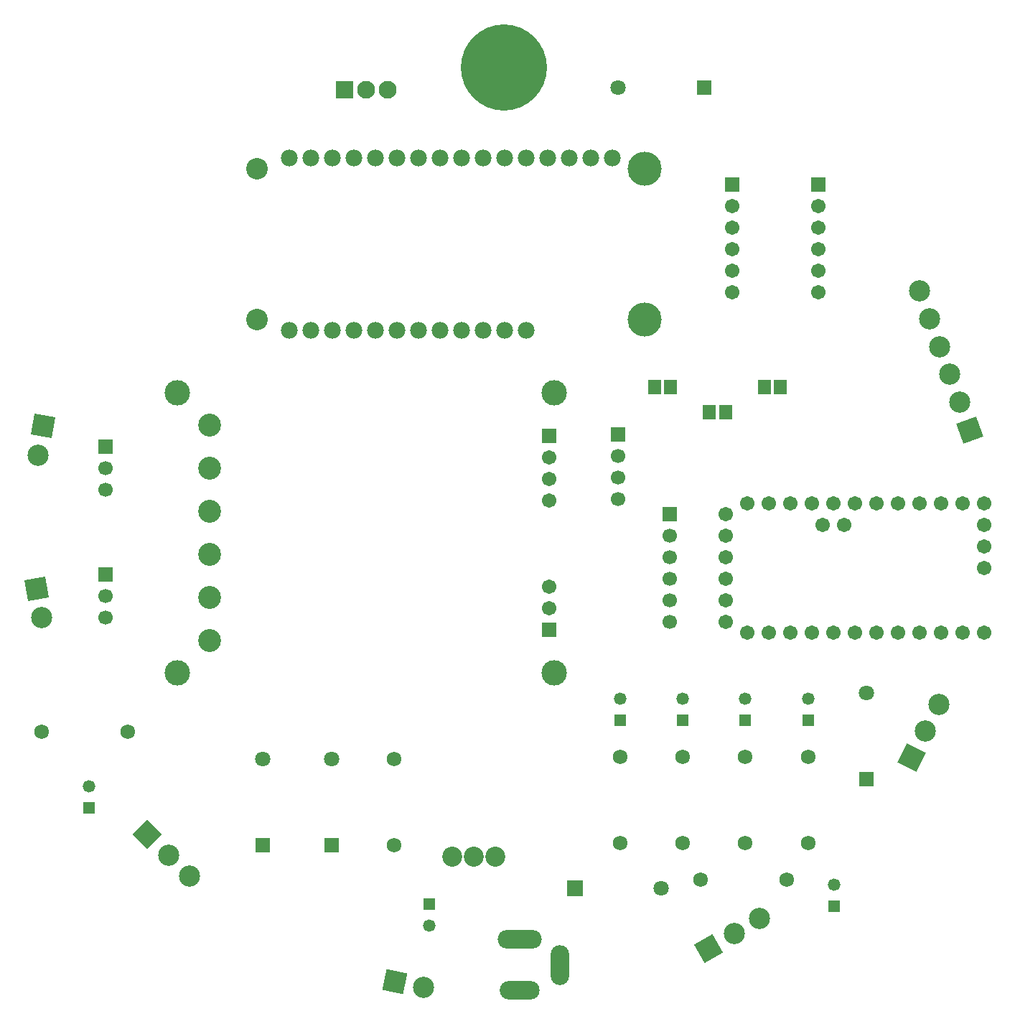
<source format=gbr>
G04 DipTrace 3.3.1.2*
G04 TopMask.gbr*
%MOIN*%
G04 #@! TF.FileFunction,Soldermask,Top*
G04 #@! TF.Part,Single*
%AMOUTLINE1*
4,1,4,
0.0,0.069601,
0.069601,0.0,
0.0,-0.069601,
-0.069601,0.0,
0.0,0.069601,
0*%
%AMOUTLINE4*
4,1,4,
-0.06723,0.018014,
0.018014,0.06723,
0.06723,-0.018014,
-0.018014,-0.06723,
-0.06723,0.018014,
0*%
%AMOUTLINE7*
4,1,4,
-0.037908,0.058373,
0.058373,0.037908,
0.037908,-0.058373,
-0.058373,-0.037908,
-0.037908,0.058373,
0*%
%AMOUTLINE10*
4,1,4,
-0.066195,-0.021508,
-0.021508,0.066195,
0.066195,0.021508,
0.021508,-0.066195,
-0.066195,-0.021508,
0*%
%AMOUTLINE13*
4,1,4,
-0.057014,-0.039922,
-0.039922,0.057014,
0.057014,0.039922,
0.039922,-0.057014,
-0.057014,-0.039922,
0*%
%AMOUTLINE16*
4,1,4,
-0.039922,-0.057014,
-0.057014,0.039922,
0.039922,0.057014,
0.057014,-0.039922,
-0.039922,-0.057014,
0*%
%AMOUTLINE19*
4,1,4,
0.029415,0.06308,
0.06308,-0.029415,
-0.029415,-0.06308,
-0.06308,0.029415,
0.029415,0.06308,
0*%
%AMOUTLINE22*
4,1,4,
-0.035436,0.035436,
0.035436,0.035436,
0.035436,-0.035436,
-0.035436,-0.035436,
-0.035436,0.035436,
0*%
%ADD39C,0.1*%
%ADD40C,0.11811*%
%ADD41C,0.4*%
%ADD55R,0.059061X0.066935*%
%ADD57C,0.082683*%
%ADD59R,0.082683X0.082683*%
%ADD61O,0.08662X0.185045*%
%ADD63O,0.20473X0.08662*%
%ADD65O,0.185045X0.08662*%
%ADD67C,0.106305*%
%ADD69R,0.06725X0.06725*%
%ADD71C,0.09288*%
%ADD73C,0.066935*%
%ADD75R,0.066935X0.066935*%
%ADD77C,0.07788*%
%ADD79C,0.15788*%
%ADD81R,0.070872X0.070872*%
%ADD83C,0.070872*%
%ADD85R,0.05788X0.05788*%
%ADD87C,0.05788*%
%ADD89C,0.06788*%
%ADD91C,0.06788*%
%ADD93C,0.098431*%
%ADD95C,0.06725*%
%ADD105OUTLINE1*%
%ADD108OUTLINE4*%
%ADD111OUTLINE7*%
%ADD114OUTLINE10*%
%ADD117OUTLINE13*%
%ADD120OUTLINE16*%
%ADD123OUTLINE19*%
%ADD126OUTLINE22*%
%FSLAX26Y26*%
G04*
G70*
G90*
G75*
G01*
G04 TopMask*
%LPD*%
D95*
X5125916Y2990947D3*
X5025916D3*
X4925916D3*
X4825916D3*
X4725916D3*
X4625916D3*
X4525916D3*
X4425916D3*
X4325916D3*
X4225916D3*
X4125916D3*
X4025916D3*
X5125916Y2890947D3*
Y2790947D3*
Y2690947D3*
X3925916Y2940947D3*
Y2840947D3*
Y2740947D3*
Y2640947D3*
Y2540947D3*
Y2440947D3*
X4375916Y2890947D3*
X4475916D3*
X5125916Y2390947D3*
X5025916D3*
X4925916D3*
X4825916D3*
X4725916D3*
X4625916D3*
X4425916D3*
X4325916D3*
X4125916D3*
X4025916D3*
X4225916D3*
X4525916D3*
D105*
X1240916Y1455982D3*
D93*
X1338352Y1358546D3*
X1435787Y1261110D3*
D108*
X3845915Y925946D3*
D93*
X3965249Y994844D3*
X4084583Y1063741D3*
D91*
X2385916Y1805947D3*
D89*
Y1405947D3*
D87*
X2550916Y1030947D3*
D85*
Y1130947D3*
D91*
X3435916Y1415947D3*
D89*
Y1815947D3*
D87*
Y2083451D3*
D85*
Y1983451D3*
D91*
X1150916Y1930947D3*
D89*
X750916D3*
D87*
X968423Y1678440D3*
D85*
Y1578440D3*
D83*
X2095916Y1805947D3*
D81*
Y1405947D3*
D91*
X3726751Y1415947D3*
D89*
Y1815947D3*
D87*
Y2083451D3*
D85*
Y1983451D3*
D91*
X4017585Y1415947D3*
D89*
Y1815947D3*
D87*
Y2083451D3*
D85*
Y1983451D3*
D91*
X4308419Y1415947D3*
D89*
Y1815947D3*
D87*
Y2083451D3*
D85*
Y1983451D3*
D79*
X3550916Y3845947D3*
Y4545947D3*
D77*
X3000916Y3795947D3*
X2900916D3*
X2800916D3*
X2700916D3*
X2600916D3*
X2500916D3*
X2400916D3*
X2300916D3*
X2200916D3*
X2100916D3*
X2000916D3*
X1900916D3*
X3000916Y4595947D3*
X2900916D3*
X2800916D3*
X2700916D3*
X2600916D3*
X2500916D3*
X2400916D3*
X2300916D3*
X2200916D3*
X2100916D3*
X2000916D3*
X1900916D3*
X3100916D3*
X3200916D3*
X3300916D3*
X3400916D3*
D39*
X1750916Y3845947D3*
Y4545947D3*
D91*
X3810916Y1245947D3*
D89*
X4210916D3*
D87*
X4430916Y1220947D3*
D85*
Y1120947D3*
D75*
X3665916Y2940947D3*
D73*
Y2840947D3*
Y2740947D3*
Y2640947D3*
Y2540947D3*
Y2440947D3*
D71*
X2655916Y1350947D3*
X2755916D3*
X2855916D3*
D69*
X3105916Y3305947D3*
D95*
Y3205947D3*
Y3105947D3*
Y3005947D3*
D69*
Y2405947D3*
D95*
Y2505947D3*
Y2605947D3*
D67*
X1530916Y3355947D3*
Y3155947D3*
Y2955947D3*
Y2755947D3*
Y2555947D3*
Y2355947D3*
D40*
X1380916Y3505947D3*
X3130916D3*
Y2205947D3*
X1380916D3*
D75*
X1045916Y3255947D3*
D73*
Y3155947D3*
Y3055947D3*
D75*
Y2660947D3*
D73*
Y2560947D3*
Y2460947D3*
D111*
X2390074Y772439D3*
D93*
X2524858Y743790D3*
D65*
X2970916Y730947D3*
D63*
Y967167D3*
D61*
X3155955Y849057D3*
D114*
X4790916Y1810947D3*
D93*
X4853474Y1933724D3*
X4916032Y2056500D3*
D69*
X4355916Y4470947D3*
D95*
Y4370947D3*
Y4270947D3*
Y4170947D3*
Y4070947D3*
Y3970947D3*
D69*
X3955916Y4470947D3*
D95*
Y4370947D3*
Y4270947D3*
Y4170947D3*
Y4070947D3*
Y3970947D3*
D59*
X2155916Y4910947D3*
D57*
X2255916D3*
X2355916D3*
D117*
X755916Y3350946D3*
D93*
X731988Y3215244D3*
D120*
X725916Y2595947D3*
D93*
X749844Y2460246D3*
D55*
X3670916Y3530947D3*
X3596113D3*
X4180916D3*
X4106113D3*
X3851113Y3415947D3*
X3925916D3*
D83*
X3425916Y4920947D3*
D81*
X3825916D3*
D123*
X5060915Y3330946D3*
D93*
X5013787Y3460431D3*
X4966658Y3589917D3*
X4919529Y3719402D3*
X4872400Y3848887D3*
X4825272Y3978372D3*
D83*
X1775916Y1805947D3*
D81*
Y1405947D3*
D83*
X4580916Y2110947D3*
D81*
Y1710947D3*
D83*
X3625916Y1205947D3*
D126*
X3225916D3*
D75*
X3425916Y3310947D3*
D73*
Y3210947D3*
Y3110947D3*
Y3010947D3*
D41*
X2895916Y5015947D3*
M02*

</source>
